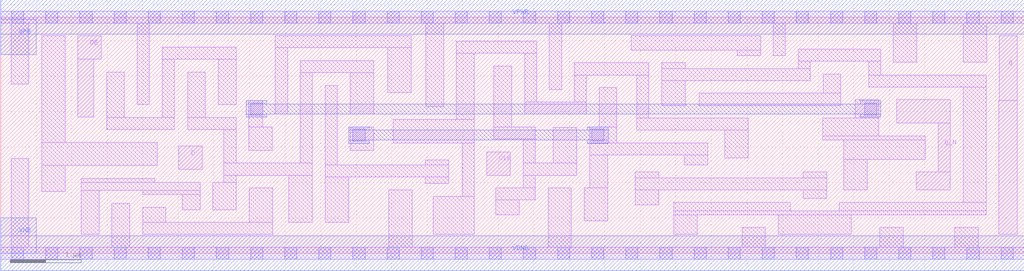
<source format=lef>
# Copyright 2020 The SkyWater PDK Authors
#
# Licensed under the Apache License, Version 2.0 (the "License");
# you may not use this file except in compliance with the License.
# You may obtain a copy of the License at
#
#     https://www.apache.org/licenses/LICENSE-2.0
#
# Unless required by applicable law or agreed to in writing, software
# distributed under the License is distributed on an "AS IS" BASIS,
# WITHOUT WARRANTIES OR CONDITIONS OF ANY KIND, either express or implied.
# See the License for the specific language governing permissions and
# limitations under the License.
#
# SPDX-License-Identifier: Apache-2.0

VERSION 5.5 ;
NAMESCASESENSITIVE ON ;
BUSBITCHARS "[]" ;
DIVIDERCHAR "/" ;
MACRO sky130_fd_sc_lp__edfxbp_1
  CLASS CORE ;
  SOURCE USER ;
  ORIGIN  0.000000  0.000000 ;
  SIZE  14.40000 BY  3.330000 ;
  SYMMETRY X Y R90 ;
  SITE unit ;
  PIN D
    ANTENNAGATEAREA  0.126000 ;
    DIRECTION INPUT ;
    USE SIGNAL ;
    PORT
      LAYER li1 ;
        RECT 2.505000 1.180000 2.835000 1.510000 ;
    END
  END D
  PIN DE
    ANTENNAGATEAREA  0.285000 ;
    DIRECTION INPUT ;
    USE SIGNAL ;
    PORT
      LAYER li1 ;
        RECT 1.085000 1.920000 1.310000 2.735000 ;
        RECT 1.085000 2.735000 1.415000 3.065000 ;
    END
  END DE
  PIN Q
    ANTENNADIFFAREA  0.571200 ;
    DIRECTION OUTPUT ;
    USE SIGNAL ;
    PORT
      LAYER li1 ;
        RECT 14.045000 0.265000 14.300000 2.150000 ;
        RECT 14.050000 2.150000 14.300000 3.065000 ;
    END
  END Q
  PIN Q_N
    ANTENNADIFFAREA  0.583800 ;
    DIRECTION OUTPUT ;
    USE SIGNAL ;
    PORT
      LAYER li1 ;
        RECT 12.605000 1.835000 13.360000 2.165000 ;
        RECT 12.880000 0.895000 13.360000 1.145000 ;
        RECT 13.190000 1.145000 13.360000 1.835000 ;
    END
  END Q_N
  PIN CLK
    ANTENNAGATEAREA  0.159000 ;
    DIRECTION INPUT ;
    USE CLOCK ;
    PORT
      LAYER li1 ;
        RECT 6.840000 1.100000 7.170000 1.430000 ;
    END
  END CLK
  PIN VGND
    DIRECTION INOUT ;
    USE GROUND ;
    PORT
      LAYER met1 ;
        RECT 0.000000 -0.245000 14.400000 0.245000 ;
    END
  END VGND
  PIN VNB
    DIRECTION INOUT ;
    USE GROUND ;
    PORT
      LAYER met1 ;
        RECT 0.000000 0.000000 0.500000 0.500000 ;
    END
  END VNB
  PIN VPB
    DIRECTION INOUT ;
    USE POWER ;
    PORT
      LAYER met1 ;
        RECT 0.000000 2.800000 0.500000 3.300000 ;
    END
  END VPB
  PIN VPWR
    DIRECTION INOUT ;
    USE POWER ;
    PORT
      LAYER met1 ;
        RECT 0.000000 3.085000 14.400000 3.575000 ;
    END
  END VPWR
  OBS
    LAYER li1 ;
      RECT  0.000000 -0.085000 14.400000 0.085000 ;
      RECT  0.000000  3.245000 14.400000 3.415000 ;
      RECT  0.145000  0.085000  0.395000 1.335000 ;
      RECT  0.145000  2.385000  0.395000 3.245000 ;
      RECT  0.575000  0.875000  0.905000 1.235000 ;
      RECT  0.575000  1.235000  2.200000 1.565000 ;
      RECT  0.575000  1.565000  0.905000 3.065000 ;
      RECT  1.135000  0.265000  1.385000 0.885000 ;
      RECT  1.135000  0.885000  2.805000 1.000000 ;
      RECT  1.135000  1.000000  2.165000 1.055000 ;
      RECT  1.490000  1.745000  2.440000 1.915000 ;
      RECT  1.490000  1.915000  1.740000 2.555000 ;
      RECT  1.565000  0.085000  1.815000 0.705000 ;
      RECT  1.920000  2.095000  2.090000 3.245000 ;
      RECT  1.995000  0.265000  3.825000 0.435000 ;
      RECT  1.995000  0.435000  2.325000 0.650000 ;
      RECT  1.995000  0.830000  2.805000 0.885000 ;
      RECT  2.270000  1.915000  2.440000 2.735000 ;
      RECT  2.270000  2.735000  3.310000 2.905000 ;
      RECT  2.555000  0.615000  2.805000 0.830000 ;
      RECT  2.630000  1.745000  3.310000 1.915000 ;
      RECT  2.630000  1.915000  2.880000 2.555000 ;
      RECT  2.985000  0.615000  3.315000 1.000000 ;
      RECT  3.060000  2.095000  3.310000 2.735000 ;
      RECT  3.140000  1.000000  3.315000 1.100000 ;
      RECT  3.140000  1.100000  4.385000 1.270000 ;
      RECT  3.140000  1.270000  3.310000 1.745000 ;
      RECT  3.490000  1.450000  3.820000 1.780000 ;
      RECT  3.490000  1.780000  3.685000 2.150000 ;
      RECT  3.495000  0.435000  3.825000 0.920000 ;
      RECT  3.865000  1.960000  4.035000 2.895000 ;
      RECT  3.865000  2.895000  5.775000 3.065000 ;
      RECT  4.055000  0.435000  4.385000 1.100000 ;
      RECT  4.215000  1.270000  4.385000 2.545000 ;
      RECT  4.215000  2.545000  5.245000 2.715000 ;
      RECT  4.565000  0.435000  4.895000 1.075000 ;
      RECT  4.565000  1.075000  6.300000 1.245000 ;
      RECT  4.565000  1.245000  4.735000 2.365000 ;
      RECT  4.915000  1.450000  5.245000 1.780000 ;
      RECT  4.915000  1.960000  5.245000 2.545000 ;
      RECT  5.445000  2.265000  5.775000 2.895000 ;
      RECT  5.460000  0.085000  5.790000 0.895000 ;
      RECT  5.520000  1.555000  6.660000 1.885000 ;
      RECT  5.970000  0.985000  6.300000 1.075000 ;
      RECT  5.970000  1.245000  6.300000 1.315000 ;
      RECT  5.980000  2.065000  6.230000 3.245000 ;
      RECT  6.085000  0.265000  6.660000 0.805000 ;
      RECT  6.410000  1.885000  6.660000 2.820000 ;
      RECT  6.410000  2.820000  7.540000 2.990000 ;
      RECT  6.490000  0.805000  6.660000 1.555000 ;
      RECT  6.940000  1.610000  7.520000 1.780000 ;
      RECT  6.940000  1.780000  7.190000 2.640000 ;
      RECT  6.965000  0.540000  7.295000 0.750000 ;
      RECT  6.965000  0.750000  7.520000 0.920000 ;
      RECT  7.350000  0.920000  7.520000 1.100000 ;
      RECT  7.350000  1.100000  8.105000 1.270000 ;
      RECT  7.350000  1.270000  7.520000 1.610000 ;
      RECT  7.370000  1.960000  8.240000 2.130000 ;
      RECT  7.370000  2.130000  7.540000 2.820000 ;
      RECT  7.700000  0.085000  8.030000 0.920000 ;
      RECT  7.720000  2.310000  7.890000 3.245000 ;
      RECT  7.775000  1.270000  8.105000 1.770000 ;
      RECT  8.070000  2.130000  8.240000 2.515000 ;
      RECT  8.070000  2.515000  9.120000 2.685000 ;
      RECT  8.210000  0.460000  8.540000 0.920000 ;
      RECT  8.285000  0.920000  8.540000 1.385000 ;
      RECT  8.285000  1.385000  9.950000 1.555000 ;
      RECT  8.285000  1.555000  8.670000 1.780000 ;
      RECT  8.420000  1.780000  8.670000 2.335000 ;
      RECT  8.870000  2.865000 10.690000 3.065000 ;
      RECT  8.925000  0.685000  9.255000 0.895000 ;
      RECT  8.925000  0.895000 11.620000 1.065000 ;
      RECT  8.925000  1.065000  9.255000 1.145000 ;
      RECT  8.950000  1.735000 10.520000 1.905000 ;
      RECT  8.950000  1.905000  9.120000 2.515000 ;
      RECT  9.300000  2.085000  9.630000 2.435000 ;
      RECT  9.300000  2.435000 11.390000 2.605000 ;
      RECT  9.300000  2.605000  9.630000 2.685000 ;
      RECT  9.470000  0.265000  9.800000 0.545000 ;
      RECT  9.470000  0.545000 13.865000 0.595000 ;
      RECT  9.470000  0.595000 11.110000 0.715000 ;
      RECT  9.620000  1.245000  9.950000 1.385000 ;
      RECT  9.830000  2.085000 11.820000 2.255000 ;
      RECT 10.190000  1.345000 10.520000 1.735000 ;
      RECT 10.360000  2.785000 10.690000 2.865000 ;
      RECT 10.430000  0.085000 10.760000 0.365000 ;
      RECT 10.870000  2.785000 11.040000 3.245000 ;
      RECT 10.940000  0.265000 11.970000 0.545000 ;
      RECT 11.220000  2.605000 11.390000 2.705000 ;
      RECT 11.220000  2.705000 12.380000 2.875000 ;
      RECT 11.290000  0.775000 11.620000 0.895000 ;
      RECT 11.290000  1.065000 11.620000 1.145000 ;
      RECT 11.565000  1.595000 13.010000 1.655000 ;
      RECT 11.565000  1.655000 12.355000 1.905000 ;
      RECT 11.570000  2.255000 11.820000 2.525000 ;
      RECT 11.800000  0.595000 13.865000 0.715000 ;
      RECT 11.860000  0.895000 12.190000 1.325000 ;
      RECT 11.860000  1.325000 13.010000 1.595000 ;
      RECT 12.020000  1.905000 12.355000 2.165000 ;
      RECT 12.210000  2.345000 13.865000 2.515000 ;
      RECT 12.210000  2.515000 12.380000 2.705000 ;
      RECT 12.370000  0.085000 12.700000 0.365000 ;
      RECT 12.560000  2.695000 12.890000 3.245000 ;
      RECT 13.420000  0.085000 13.750000 0.365000 ;
      RECT 13.540000  0.715000 13.865000 2.345000 ;
      RECT 13.540000  2.695000 13.870000 3.245000 ;
    LAYER mcon ;
      RECT  0.155000 -0.085000  0.325000 0.085000 ;
      RECT  0.155000  3.245000  0.325000 3.415000 ;
      RECT  0.635000 -0.085000  0.805000 0.085000 ;
      RECT  0.635000  3.245000  0.805000 3.415000 ;
      RECT  1.115000 -0.085000  1.285000 0.085000 ;
      RECT  1.115000  3.245000  1.285000 3.415000 ;
      RECT  1.595000 -0.085000  1.765000 0.085000 ;
      RECT  1.595000  3.245000  1.765000 3.415000 ;
      RECT  2.075000 -0.085000  2.245000 0.085000 ;
      RECT  2.075000  3.245000  2.245000 3.415000 ;
      RECT  2.555000 -0.085000  2.725000 0.085000 ;
      RECT  2.555000  3.245000  2.725000 3.415000 ;
      RECT  3.035000 -0.085000  3.205000 0.085000 ;
      RECT  3.035000  3.245000  3.205000 3.415000 ;
      RECT  3.515000 -0.085000  3.685000 0.085000 ;
      RECT  3.515000  1.950000  3.685000 2.120000 ;
      RECT  3.515000  3.245000  3.685000 3.415000 ;
      RECT  3.995000 -0.085000  4.165000 0.085000 ;
      RECT  3.995000  3.245000  4.165000 3.415000 ;
      RECT  4.475000 -0.085000  4.645000 0.085000 ;
      RECT  4.475000  3.245000  4.645000 3.415000 ;
      RECT  4.955000 -0.085000  5.125000 0.085000 ;
      RECT  4.955000  1.580000  5.125000 1.750000 ;
      RECT  4.955000  3.245000  5.125000 3.415000 ;
      RECT  5.435000 -0.085000  5.605000 0.085000 ;
      RECT  5.435000  3.245000  5.605000 3.415000 ;
      RECT  5.915000 -0.085000  6.085000 0.085000 ;
      RECT  5.915000  3.245000  6.085000 3.415000 ;
      RECT  6.395000 -0.085000  6.565000 0.085000 ;
      RECT  6.395000  3.245000  6.565000 3.415000 ;
      RECT  6.875000 -0.085000  7.045000 0.085000 ;
      RECT  6.875000  3.245000  7.045000 3.415000 ;
      RECT  7.355000 -0.085000  7.525000 0.085000 ;
      RECT  7.355000  3.245000  7.525000 3.415000 ;
      RECT  7.835000 -0.085000  8.005000 0.085000 ;
      RECT  7.835000  3.245000  8.005000 3.415000 ;
      RECT  8.315000 -0.085000  8.485000 0.085000 ;
      RECT  8.315000  1.580000  8.485000 1.750000 ;
      RECT  8.315000  3.245000  8.485000 3.415000 ;
      RECT  8.795000 -0.085000  8.965000 0.085000 ;
      RECT  8.795000  3.245000  8.965000 3.415000 ;
      RECT  9.275000 -0.085000  9.445000 0.085000 ;
      RECT  9.275000  3.245000  9.445000 3.415000 ;
      RECT  9.755000 -0.085000  9.925000 0.085000 ;
      RECT  9.755000  3.245000  9.925000 3.415000 ;
      RECT 10.235000 -0.085000 10.405000 0.085000 ;
      RECT 10.235000  3.245000 10.405000 3.415000 ;
      RECT 10.715000 -0.085000 10.885000 0.085000 ;
      RECT 10.715000  3.245000 10.885000 3.415000 ;
      RECT 11.195000 -0.085000 11.365000 0.085000 ;
      RECT 11.195000  3.245000 11.365000 3.415000 ;
      RECT 11.675000 -0.085000 11.845000 0.085000 ;
      RECT 11.675000  3.245000 11.845000 3.415000 ;
      RECT 12.155000 -0.085000 12.325000 0.085000 ;
      RECT 12.155000  1.950000 12.325000 2.120000 ;
      RECT 12.155000  3.245000 12.325000 3.415000 ;
      RECT 12.635000 -0.085000 12.805000 0.085000 ;
      RECT 12.635000  3.245000 12.805000 3.415000 ;
      RECT 13.115000 -0.085000 13.285000 0.085000 ;
      RECT 13.115000  3.245000 13.285000 3.415000 ;
      RECT 13.595000 -0.085000 13.765000 0.085000 ;
      RECT 13.595000  3.245000 13.765000 3.415000 ;
      RECT 14.075000 -0.085000 14.245000 0.085000 ;
      RECT 14.075000  3.245000 14.245000 3.415000 ;
    LAYER met1 ;
      RECT  3.455000 1.920000  3.745000 1.965000 ;
      RECT  3.455000 1.965000 12.385000 2.105000 ;
      RECT  3.455000 2.105000  3.745000 2.150000 ;
      RECT  4.895000 1.550000  5.185000 1.595000 ;
      RECT  4.895000 1.595000  8.545000 1.735000 ;
      RECT  4.895000 1.735000  5.185000 1.780000 ;
      RECT  8.255000 1.550000  8.545000 1.595000 ;
      RECT  8.255000 1.735000  8.545000 1.780000 ;
      RECT 12.095000 1.920000 12.385000 1.965000 ;
      RECT 12.095000 2.105000 12.385000 2.150000 ;
  END
END sky130_fd_sc_lp__edfxbp_1
END LIBRARY

</source>
